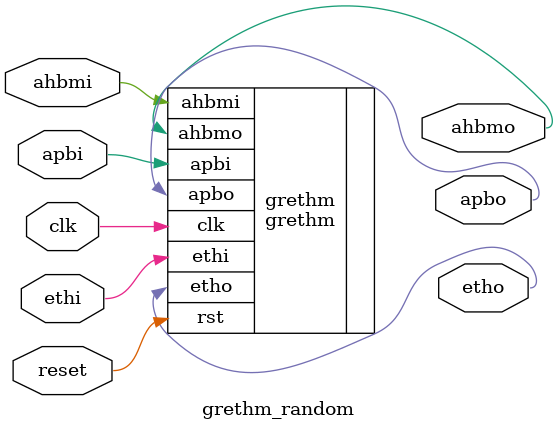
<source format=sv>
/*
* grethm top level module that incorporates the random number generator
* to allow bitstream generation without Vivado interferance
*/
`include "../../random_number_generator.sv"

module grethm_random(
    input logic clk,
    input logic reset,
    input logic ahbmi,
    output logic ahbmo,
    input logic apbi,
    output logic apbo,
    input logic ethi,
    output logic etho
    );

grethm grethm (
    .clk(clk),
    .rst(reset),
    .ahbmi(ahbmi),
    .ahbmo(ahbmo),
    .apbi(apbi),
    .apbo(apbo),
    .ethi(ethi),
    .etho(etho)
);

endmodule
</source>
